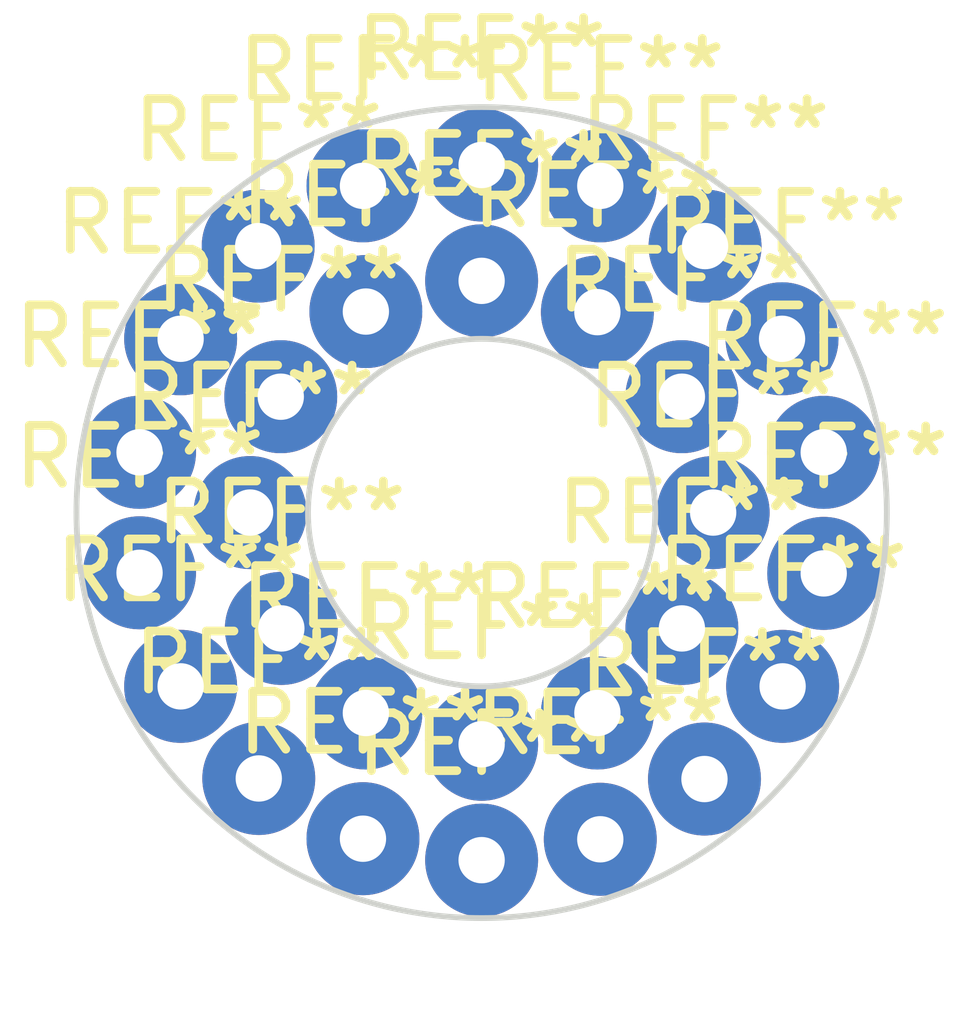
<source format=kicad_pcb>
(kicad_pcb (version 20211014) (generator pcbnew)
  (layers (0 "F.Cu" signal) (31 "B.Cu" signal) (34 "B.Paste" user) (35 "F.Paste" user) (36 "B.SilkS" user "B.Silkscreen") (37 "F.SilkS" user "F.Silkscreen") (38 "B.Mask" user) (39 "F.Mask" user) (44 "Edge.Cuts" user))
  (net 0 "")
  (footprint "1024_dry_electrodes:CPA_1" (layer "F.Cu") (at 5.91 -1.04)
    (fp_text reference "REF**" (at 0 -2) (layer "F.SilkS"))
    (fp_text value "CPA_1")
    (pad "1" thru_hole oval (at 0 0) (size 1.95 1.95) (drill 0.8) (layers *.Cu *.Mask))
  )
  (footprint "1024_dry_electrodes:CPA_1" (layer "F.Cu") (at -2.05 5.63)
    (fp_text reference "REF**" (at 0 -2) (layer "F.SilkS"))
    (fp_text value "CPA_1")
    (pad "1" thru_hole oval (at 0 0) (size 1.95 1.95) (drill 0.8) (layers *.Cu *.Mask))
  )
  (footprint "1024_dry_electrodes:CPA_1" (layer "F.Cu") (at 3.46 -2)
    (fp_text reference "REF**" (at 0 -2) (layer "F.SilkS"))
    (fp_text value "CPA_1")
    (pad "1" thru_hole oval (at 0 0) (size 1.95 1.95) (drill 0.8) (layers *.Cu *.Mask))
  )
  (footprint "1024_dry_electrodes:CPA_1" (layer "F.Cu") (at 2.05 5.64)
    (fp_text reference "REF**" (at 0 -2) (layer "F.SilkS"))
    (fp_text value "CPA_1")
    (pad "1" thru_hole oval (at 0 0) (size 1.95 1.95) (drill 0.8) (layers *.Cu *.Mask))
  )
  (footprint "1024_dry_electrodes:CPA_1" (layer "F.Cu") (at 2 3.46)
    (fp_text reference "REF**" (at 0 -2) (layer "F.SilkS"))
    (fp_text value "CPA_1")
    (pad "1" thru_hole oval (at 0 0) (size 1.95 1.95) (drill 0.8) (layers *.Cu *.Mask))
  )
  (footprint "1024_dry_electrodes:CPA_1" (layer "F.Cu") (at 5.19 -3)
    (fp_text reference "REF**" (at 0 -2) (layer "F.SilkS"))
    (fp_text value "CPA_1")
    (pad "1" thru_hole oval (at 0 0) (size 1.95 1.95) (drill 0.8) (layers *.Cu *.Mask))
  )
  (footprint "1024_dry_electrodes:CPA_1" (layer "F.Cu") (at 3.86 -4.6)
    (fp_text reference "REF**" (at 0 -2) (layer "F.SilkS"))
    (fp_text value "CPA_1")
    (pad "1" thru_hole oval (at 0 0) (size 1.95 1.95) (drill 0.8) (layers *.Cu *.Mask))
  )
  (footprint "1024_dry_electrodes:CPA_1" (layer "F.Cu") (at -3.47 -2)
    (fp_text reference "REF**" (at 0 -2) (layer "F.SilkS"))
    (fp_text value "CPA_1")
    (pad "1" thru_hole oval (at 0 0) (size 1.95 1.95) (drill 0.8) (layers *.Cu *.Mask))
  )
  (footprint "1024_dry_electrodes:CPA_1" (layer "F.Cu") (at -2 3.46)
    (fp_text reference "REF**" (at 0 -2) (layer "F.SilkS"))
    (fp_text value "CPA_1")
    (pad "1" thru_hole oval (at 0 0) (size 1.95 1.95) (drill 0.8) (layers *.Cu *.Mask))
  )
  (footprint "1024_dry_electrodes:CPA_1" (layer "F.Cu") (at 2.05 -5.64)
    (fp_text reference "REF**" (at 0 -2) (layer "F.SilkS"))
    (fp_text value "CPA_1")
    (pad "1" thru_hole oval (at 0 0) (size 1.95 1.95) (drill 0.8) (layers *.Cu *.Mask))
  )
  (footprint "1024_dry_electrodes:CPA_1" (layer "F.Cu") (at -2 -3.47)
    (fp_text reference "REF**" (at 0 -2) (layer "F.SilkS"))
    (fp_text value "CPA_1")
    (pad "1" thru_hole oval (at 0 0) (size 1.95 1.95) (drill 0.8) (layers *.Cu *.Mask))
  )
  (footprint "1024_dry_electrodes:CPA_1" (layer "F.Cu") (at -3.86 -4.6)
    (fp_text reference "REF**" (at 0 -2) (layer "F.SilkS"))
    (fp_text value "CPA_1")
    (pad "1" thru_hole oval (at 0 0) (size 1.95 1.95) (drill 0.8) (layers *.Cu *.Mask))
  )
  (footprint "1024_dry_electrodes:CPA_1" (layer "F.Cu") (at -5.2 3)
    (fp_text reference "REF**" (at 0 -2) (layer "F.SilkS"))
    (fp_text value "CPA_1")
    (pad "1" thru_hole oval (at 0 0) (size 1.95 1.95) (drill 0.8) (layers *.Cu *.Mask))
  )
  (footprint "1024_dry_electrodes:CPA_1" (layer "F.Cu") (at -3.85 4.59)
    (fp_text reference "REF**" (at 0 -2) (layer "F.SilkS"))
    (fp_text value "CPA_1")
    (pad "1" thru_hole oval (at 0 0) (size 1.95 1.95) (drill 0.8) (layers *.Cu *.Mask))
  )
  (footprint "1024_dry_electrodes:CPA_1" (layer "F.Cu") (at 0 -6)
    (fp_text reference "REF**" (at 0 -2) (layer "F.SilkS"))
    (fp_text value "CPA_1")
    (pad "1" thru_hole oval (at 0 0) (size 1.95 1.95) (drill 0.8) (layers *.Cu *.Mask))
  )
  (footprint "1024_dry_electrodes:CPA_1" (layer "F.Cu") (at 5.2 3)
    (fp_text reference "REF**" (at 0 -2) (layer "F.SilkS"))
    (fp_text value "CPA_1")
    (pad "1" thru_hole oval (at 0 0) (size 1.95 1.95) (drill 0.8) (layers *.Cu *.Mask))
  )
  (footprint "1024_dry_electrodes:CPA_1" (layer "F.Cu") (at -5.2 -3)
    (fp_text reference "REF**" (at 0 -2) (layer "F.SilkS"))
    (fp_text value "CPA_1")
    (pad "1" thru_hole oval (at 0 0) (size 1.95 1.95) (drill 0.8) (layers *.Cu *.Mask))
  )
  (footprint "1024_dry_electrodes:CPA_1" (layer "F.Cu") (at 0 6)
    (fp_text reference "REF**" (at 0 -2) (layer "F.SilkS"))
    (fp_text value "CPA_1")
    (pad "1" thru_hole oval (at 0 0) (size 1.95 1.95) (drill 0.8) (layers *.Cu *.Mask))
  )
  (footprint "1024_dry_electrodes:CPA_1" (layer "F.Cu") (at 3.46 2)
    (fp_text reference "REF**" (at 0 -2) (layer "F.SilkS"))
    (fp_text value "CPA_1")
    (pad "1" thru_hole oval (at 0 0) (size 1.95 1.95) (drill 0.8) (layers *.Cu *.Mask))
  )
  (footprint "1024_dry_electrodes:CPA_1" (layer "F.Cu") (at 4 0)
    (fp_text reference "REF**" (at 0 -2) (layer "F.SilkS"))
    (fp_text value "CPA_1")
    (pad "1" thru_hole oval (at 0 0) (size 1.95 1.95) (drill 0.8) (layers *.Cu *.Mask))
  )
  (footprint "1024_dry_electrodes:CPA_1" (layer "F.Cu") (at 0 4)
    (fp_text reference "REF**" (at 0 -2) (layer "F.SilkS"))
    (fp_text value "CPA_1")
    (pad "1" thru_hole oval (at 0 0) (size 1.95 1.95) (drill 0.8) (layers *.Cu *.Mask))
  )
  (footprint "1024_dry_electrodes:CPA_1" (layer "F.Cu") (at -4 0)
    (fp_text reference "REF**" (at 0 -2) (layer "F.SilkS"))
    (fp_text value "CPA_1")
    (pad "1" thru_hole oval (at 0 0) (size 1.95 1.95) (drill 0.8) (layers *.Cu *.Mask))
  )
  (footprint "1024_dry_electrodes:CPA_1" (layer "F.Cu") (at -3.46 2)
    (fp_text reference "REF**" (at 0 -2) (layer "F.SilkS"))
    (fp_text value "CPA_1")
    (pad "1" thru_hole oval (at 0 0) (size 1.95 1.95) (drill 0.8) (layers *.Cu *.Mask))
  )
  (footprint "1024_dry_electrodes:CPA_1" (layer "F.Cu") (at -5.91 1.04)
    (fp_text reference "REF**" (at 0 -2) (layer "F.SilkS"))
    (fp_text value "CPA_1")
    (pad "1" thru_hole oval (at 0 0) (size 1.95 1.95) (drill 0.8) (layers *.Cu *.Mask))
  )
  (footprint "1024_dry_electrodes:CPA_1" (layer "F.Cu") (at 0 -4)
    (fp_text reference "REF**" (at 0 -2) (layer "F.SilkS"))
    (fp_text value "CPA_1")
    (pad "1" thru_hole oval (at 0 0) (size 1.95 1.95) (drill 0.8) (layers *.Cu *.Mask))
  )
  (footprint "1024_dry_electrodes:CPA_1" (layer "F.Cu") (at -5.91 -1.04)
    (fp_text reference "REF**" (at 0 -2) (layer "F.SilkS"))
    (fp_text value "CPA_1")
    (pad "1" thru_hole oval (at 0 0) (size 1.95 1.95) (drill 0.8) (layers *.Cu *.Mask))
  )
  (footprint "1024_dry_electrodes:CPA_1" (layer "F.Cu") (at -2.05 -5.64)
    (fp_text reference "REF**" (at 0 -2) (layer "F.SilkS"))
    (fp_text value "CPA_1")
    (pad "1" thru_hole oval (at 0 0) (size 1.95 1.95) (drill 0.8) (layers *.Cu *.Mask))
  )
  (footprint "1024_dry_electrodes:CPA_1" (layer "F.Cu") (at 2 -3.46)
    (fp_text reference "REF**" (at 0 -2) (layer "F.SilkS"))
    (fp_text value "CPA_1")
    (pad "1" thru_hole oval (at 0 0) (size 1.95 1.95) (drill 0.8) (layers *.Cu *.Mask))
  )
  (footprint "1024_dry_electrodes:CPA_1" (layer "F.Cu") (at 5.91 1.05)
    (fp_text reference "REF**" (at 0 -2) (layer "F.SilkS"))
    (fp_text value "CPA_1")
    (pad "1" thru_hole oval (at 0 0) (size 1.95 1.95) (drill 0.8) (layers *.Cu *.Mask))
  )
  (footprint "1024_dry_electrodes:CPA_1" (layer "F.Cu") (at 3.85 4.6)
    (fp_text reference "REF**" (at 0 -2) (layer "F.SilkS"))
    (fp_text value "CPA_1")
    (pad "1" thru_hole oval (at 0 0) (size 1.95 1.95) (drill 0.8) (layers *.Cu *.Mask))
  )
  (gr_circle (center 0 0) (end 7 0) (layer "Edge.Cuts") (width 0.1) (fill none))
  (gr_circle (center 0 0) (end 3 0) (layer "Edge.Cuts") (width 0.1) (fill none))
)
</source>
